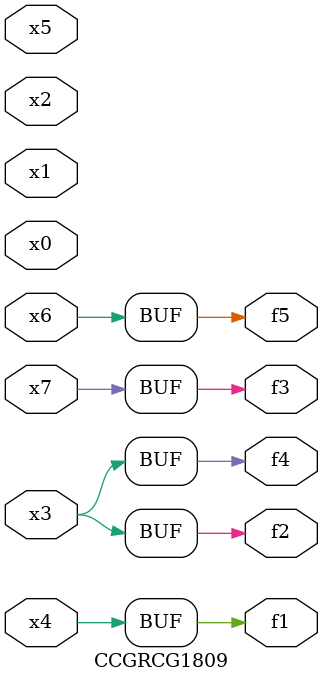
<source format=v>
module CCGRCG1809(
	input x0, x1, x2, x3, x4, x5, x6, x7,
	output f1, f2, f3, f4, f5
);
	assign f1 = x4;
	assign f2 = x3;
	assign f3 = x7;
	assign f4 = x3;
	assign f5 = x6;
endmodule

</source>
